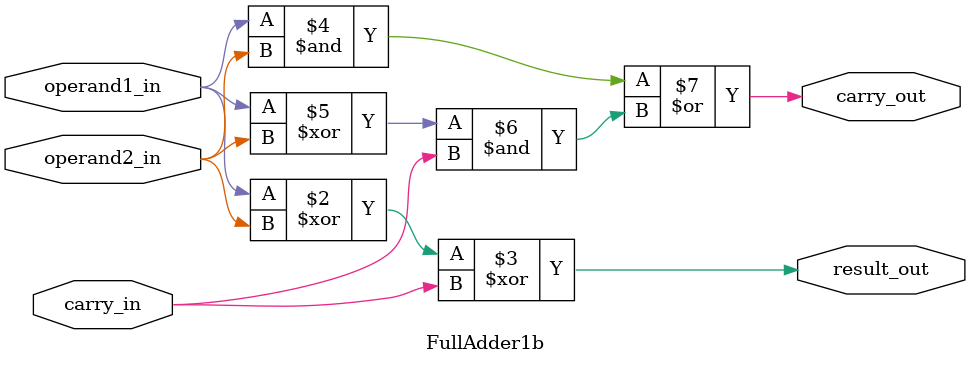
<source format=sv>
/*
Description:
1 bit Full Adder for the larger 64-bit Full Adder

I/O:
Inputs: operand1(1-bit), operand2(1-bit), carry_in (1-bit)
Outputs: result_out (1-bit), carry_out (1-bit)

Internal Functions:
Arithmetic full adding of two 1-bit values with carry in and carry out
*/

module FullAdder1b(
	input logic operand1_in,
	input logic operand2_in,
	input logic carry_in,
	output logic result_out,
	output logic carry_out
);

always_comb begin

	result_out = (operand1_in ^ operand2_in) ^ carry_in;

	carry_out = (operand1_in & operand2_in) | ((operand1_in ^ operand2_in) & carry_in);
	
end

endmodule

</source>
